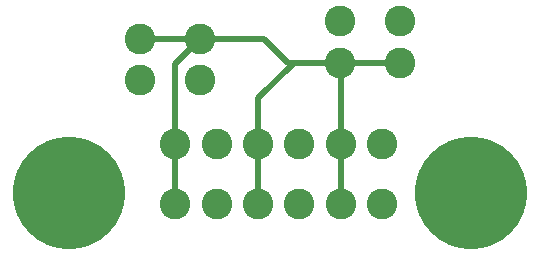
<source format=gbr>
G04 #@! TF.GenerationSoftware,KiCad,Pcbnew,(5.1.12)-1*
G04 #@! TF.CreationDate,2021-12-10T15:04:00-05:00*
G04 #@! TF.ProjectId,CANJunction,43414e4a-756e-4637-9469-6f6e2e6b6963,01*
G04 #@! TF.SameCoordinates,Original*
G04 #@! TF.FileFunction,Copper,L2,Bot*
G04 #@! TF.FilePolarity,Positive*
%FSLAX46Y46*%
G04 Gerber Fmt 4.6, Leading zero omitted, Abs format (unit mm)*
G04 Created by KiCad (PCBNEW (5.1.12)-1) date 2021-12-10 15:04:00*
%MOMM*%
%LPD*%
G01*
G04 APERTURE LIST*
G04 #@! TA.AperFunction,ComponentPad*
%ADD10C,9.525000*%
G04 #@! TD*
G04 #@! TA.AperFunction,ComponentPad*
%ADD11C,2.600000*%
G04 #@! TD*
G04 #@! TA.AperFunction,Conductor*
%ADD12C,0.500000*%
G04 #@! TD*
G04 APERTURE END LIST*
D10*
X160000000Y-66000000D03*
X126000000Y-66000000D03*
D11*
X135000000Y-67000000D03*
X138500000Y-67000000D03*
X135000000Y-61900000D03*
X138500000Y-61900000D03*
X142000000Y-61900000D03*
X145500000Y-61900000D03*
X152500000Y-61900000D03*
X149000000Y-61900000D03*
X145500000Y-67000000D03*
X142000000Y-67000000D03*
X152500000Y-67000000D03*
X149000000Y-67000000D03*
X137100000Y-56500000D03*
X137100000Y-53000000D03*
X132000000Y-56500000D03*
X132000000Y-53000000D03*
X148900000Y-51500000D03*
X148900000Y-55000000D03*
X154000000Y-51500000D03*
X154000000Y-55000000D03*
D12*
X148900000Y-55000000D02*
X145000000Y-55000000D01*
X154000000Y-55000000D02*
X148900000Y-55000000D01*
X135000000Y-61900000D02*
X135000000Y-67000000D01*
X142000000Y-61900000D02*
X142000000Y-67000000D01*
X149000000Y-67000000D02*
X149000000Y-61900000D01*
X149000000Y-55100000D02*
X148900000Y-55000000D01*
X149000000Y-61900000D02*
X149000000Y-55100000D01*
X142000000Y-61900000D02*
X142000000Y-58000000D01*
X142000000Y-58000000D02*
X145000000Y-55000000D01*
X135000000Y-55100000D02*
X135000000Y-61900000D01*
X137100000Y-53000000D02*
X135000000Y-55100000D01*
X137100000Y-53000000D02*
X132000000Y-53000000D01*
X142500000Y-53000000D02*
X137100000Y-53000000D01*
X144500000Y-55000000D02*
X142500000Y-53000000D01*
X148900000Y-55000000D02*
X144500000Y-55000000D01*
M02*

</source>
